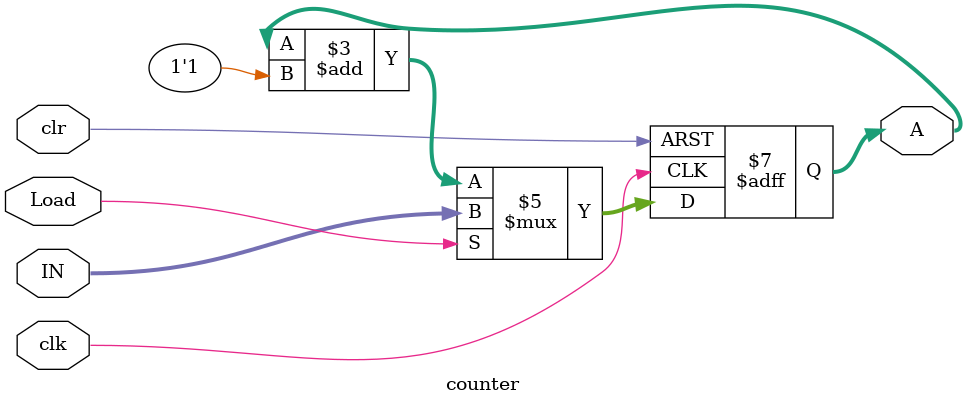
<source format=v>
`timescale 1ns / 1ps


module counter (Load, IN, clk, clr, A); 

input Load, clk, clr; 

input [3:0] IN; // Data input 

output reg [3:0] A; // Data output 


always @ (posedge clk or negedge clr) 
begin 
  if (~clr)  
    A = 4'b0000; 
  else if (Load)  
    A = IN; 
  else  
    A = A + 1'b1; 
end 

 

endmodule 

</source>
